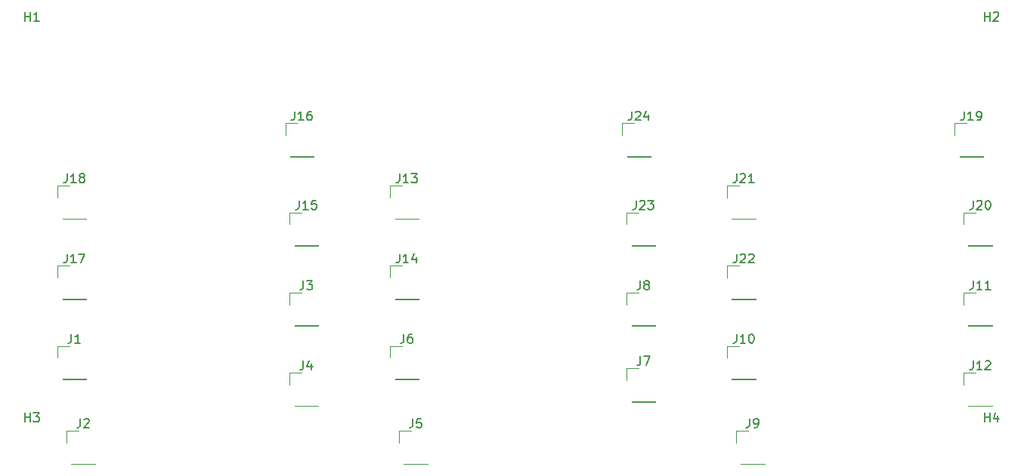
<source format=gbr>
%TF.GenerationSoftware,KiCad,Pcbnew,8.0.4*%
%TF.CreationDate,2024-09-10T22:03:23-04:00*%
%TF.ProjectId,LowerPOGO,4c6f7765-7250-44f4-974f-2e6b69636164,v4*%
%TF.SameCoordinates,Original*%
%TF.FileFunction,Legend,Top*%
%TF.FilePolarity,Positive*%
%FSLAX46Y46*%
G04 Gerber Fmt 4.6, Leading zero omitted, Abs format (unit mm)*
G04 Created by KiCad (PCBNEW 8.0.4) date 2024-09-10 22:03:23*
%MOMM*%
%LPD*%
G01*
G04 APERTURE LIST*
%ADD10C,0.150000*%
%ADD11C,0.120000*%
G04 APERTURE END LIST*
D10*
X134440476Y-123304819D02*
X134440476Y-124019104D01*
X134440476Y-124019104D02*
X134392857Y-124161961D01*
X134392857Y-124161961D02*
X134297619Y-124257200D01*
X134297619Y-124257200D02*
X134154762Y-124304819D01*
X134154762Y-124304819D02*
X134059524Y-124304819D01*
X135440476Y-124304819D02*
X134869048Y-124304819D01*
X135154762Y-124304819D02*
X135154762Y-123304819D01*
X135154762Y-123304819D02*
X135059524Y-123447676D01*
X135059524Y-123447676D02*
X134964286Y-123542914D01*
X134964286Y-123542914D02*
X134869048Y-123590533D01*
X135773810Y-123304819D02*
X136392857Y-123304819D01*
X136392857Y-123304819D02*
X136059524Y-123685771D01*
X136059524Y-123685771D02*
X136202381Y-123685771D01*
X136202381Y-123685771D02*
X136297619Y-123733390D01*
X136297619Y-123733390D02*
X136345238Y-123781009D01*
X136345238Y-123781009D02*
X136392857Y-123876247D01*
X136392857Y-123876247D02*
X136392857Y-124114342D01*
X136392857Y-124114342D02*
X136345238Y-124209580D01*
X136345238Y-124209580D02*
X136297619Y-124257200D01*
X136297619Y-124257200D02*
X136202381Y-124304819D01*
X136202381Y-124304819D02*
X135916667Y-124304819D01*
X135916667Y-124304819D02*
X135821429Y-124257200D01*
X135821429Y-124257200D02*
X135773810Y-124209580D01*
X123666666Y-135304819D02*
X123666666Y-136019104D01*
X123666666Y-136019104D02*
X123619047Y-136161961D01*
X123619047Y-136161961D02*
X123523809Y-136257200D01*
X123523809Y-136257200D02*
X123380952Y-136304819D01*
X123380952Y-136304819D02*
X123285714Y-136304819D01*
X124047619Y-135304819D02*
X124666666Y-135304819D01*
X124666666Y-135304819D02*
X124333333Y-135685771D01*
X124333333Y-135685771D02*
X124476190Y-135685771D01*
X124476190Y-135685771D02*
X124571428Y-135733390D01*
X124571428Y-135733390D02*
X124619047Y-135781009D01*
X124619047Y-135781009D02*
X124666666Y-135876247D01*
X124666666Y-135876247D02*
X124666666Y-136114342D01*
X124666666Y-136114342D02*
X124619047Y-136209580D01*
X124619047Y-136209580D02*
X124571428Y-136257200D01*
X124571428Y-136257200D02*
X124476190Y-136304819D01*
X124476190Y-136304819D02*
X124190476Y-136304819D01*
X124190476Y-136304819D02*
X124095238Y-136257200D01*
X124095238Y-136257200D02*
X124047619Y-136209580D01*
X123666666Y-144304819D02*
X123666666Y-145019104D01*
X123666666Y-145019104D02*
X123619047Y-145161961D01*
X123619047Y-145161961D02*
X123523809Y-145257200D01*
X123523809Y-145257200D02*
X123380952Y-145304819D01*
X123380952Y-145304819D02*
X123285714Y-145304819D01*
X124571428Y-144638152D02*
X124571428Y-145304819D01*
X124333333Y-144257200D02*
X124095238Y-144971485D01*
X124095238Y-144971485D02*
X124714285Y-144971485D01*
X173666666Y-150804819D02*
X173666666Y-151519104D01*
X173666666Y-151519104D02*
X173619047Y-151661961D01*
X173619047Y-151661961D02*
X173523809Y-151757200D01*
X173523809Y-151757200D02*
X173380952Y-151804819D01*
X173380952Y-151804819D02*
X173285714Y-151804819D01*
X174190476Y-151804819D02*
X174380952Y-151804819D01*
X174380952Y-151804819D02*
X174476190Y-151757200D01*
X174476190Y-151757200D02*
X174523809Y-151709580D01*
X174523809Y-151709580D02*
X174619047Y-151566723D01*
X174619047Y-151566723D02*
X174666666Y-151376247D01*
X174666666Y-151376247D02*
X174666666Y-150995295D01*
X174666666Y-150995295D02*
X174619047Y-150900057D01*
X174619047Y-150900057D02*
X174571428Y-150852438D01*
X174571428Y-150852438D02*
X174476190Y-150804819D01*
X174476190Y-150804819D02*
X174285714Y-150804819D01*
X174285714Y-150804819D02*
X174190476Y-150852438D01*
X174190476Y-150852438D02*
X174142857Y-150900057D01*
X174142857Y-150900057D02*
X174095238Y-150995295D01*
X174095238Y-150995295D02*
X174095238Y-151233390D01*
X174095238Y-151233390D02*
X174142857Y-151328628D01*
X174142857Y-151328628D02*
X174190476Y-151376247D01*
X174190476Y-151376247D02*
X174285714Y-151423866D01*
X174285714Y-151423866D02*
X174476190Y-151423866D01*
X174476190Y-151423866D02*
X174571428Y-151376247D01*
X174571428Y-151376247D02*
X174619047Y-151328628D01*
X174619047Y-151328628D02*
X174666666Y-151233390D01*
X199988095Y-151154819D02*
X199988095Y-150154819D01*
X199988095Y-150631009D02*
X200559523Y-150631009D01*
X200559523Y-151154819D02*
X200559523Y-150154819D01*
X201464285Y-150488152D02*
X201464285Y-151154819D01*
X201226190Y-150107200D02*
X200988095Y-150821485D01*
X200988095Y-150821485D02*
X201607142Y-150821485D01*
X198690476Y-135304819D02*
X198690476Y-136019104D01*
X198690476Y-136019104D02*
X198642857Y-136161961D01*
X198642857Y-136161961D02*
X198547619Y-136257200D01*
X198547619Y-136257200D02*
X198404762Y-136304819D01*
X198404762Y-136304819D02*
X198309524Y-136304819D01*
X199690476Y-136304819D02*
X199119048Y-136304819D01*
X199404762Y-136304819D02*
X199404762Y-135304819D01*
X199404762Y-135304819D02*
X199309524Y-135447676D01*
X199309524Y-135447676D02*
X199214286Y-135542914D01*
X199214286Y-135542914D02*
X199119048Y-135590533D01*
X200642857Y-136304819D02*
X200071429Y-136304819D01*
X200357143Y-136304819D02*
X200357143Y-135304819D01*
X200357143Y-135304819D02*
X200261905Y-135447676D01*
X200261905Y-135447676D02*
X200166667Y-135542914D01*
X200166667Y-135542914D02*
X200071429Y-135590533D01*
X92488095Y-106154819D02*
X92488095Y-105154819D01*
X92488095Y-105631009D02*
X93059523Y-105631009D01*
X93059523Y-106154819D02*
X93059523Y-105154819D01*
X94059523Y-106154819D02*
X93488095Y-106154819D01*
X93773809Y-106154819D02*
X93773809Y-105154819D01*
X93773809Y-105154819D02*
X93678571Y-105297676D01*
X93678571Y-105297676D02*
X93583333Y-105392914D01*
X93583333Y-105392914D02*
X93488095Y-105440533D01*
X199988095Y-106154819D02*
X199988095Y-105154819D01*
X199988095Y-105631009D02*
X200559523Y-105631009D01*
X200559523Y-106154819D02*
X200559523Y-105154819D01*
X200988095Y-105250057D02*
X201035714Y-105202438D01*
X201035714Y-105202438D02*
X201130952Y-105154819D01*
X201130952Y-105154819D02*
X201369047Y-105154819D01*
X201369047Y-105154819D02*
X201464285Y-105202438D01*
X201464285Y-105202438D02*
X201511904Y-105250057D01*
X201511904Y-105250057D02*
X201559523Y-105345295D01*
X201559523Y-105345295D02*
X201559523Y-105440533D01*
X201559523Y-105440533D02*
X201511904Y-105583390D01*
X201511904Y-105583390D02*
X200940476Y-106154819D01*
X200940476Y-106154819D02*
X201559523Y-106154819D01*
X92488095Y-151154819D02*
X92488095Y-150154819D01*
X92488095Y-150631009D02*
X93059523Y-150631009D01*
X93059523Y-151154819D02*
X93059523Y-150154819D01*
X93440476Y-150154819D02*
X94059523Y-150154819D01*
X94059523Y-150154819D02*
X93726190Y-150535771D01*
X93726190Y-150535771D02*
X93869047Y-150535771D01*
X93869047Y-150535771D02*
X93964285Y-150583390D01*
X93964285Y-150583390D02*
X94011904Y-150631009D01*
X94011904Y-150631009D02*
X94059523Y-150726247D01*
X94059523Y-150726247D02*
X94059523Y-150964342D01*
X94059523Y-150964342D02*
X94011904Y-151059580D01*
X94011904Y-151059580D02*
X93964285Y-151107200D01*
X93964285Y-151107200D02*
X93869047Y-151154819D01*
X93869047Y-151154819D02*
X93583333Y-151154819D01*
X93583333Y-151154819D02*
X93488095Y-151107200D01*
X93488095Y-151107200D02*
X93440476Y-151059580D01*
X134916666Y-141304819D02*
X134916666Y-142019104D01*
X134916666Y-142019104D02*
X134869047Y-142161961D01*
X134869047Y-142161961D02*
X134773809Y-142257200D01*
X134773809Y-142257200D02*
X134630952Y-142304819D01*
X134630952Y-142304819D02*
X134535714Y-142304819D01*
X135821428Y-141304819D02*
X135630952Y-141304819D01*
X135630952Y-141304819D02*
X135535714Y-141352438D01*
X135535714Y-141352438D02*
X135488095Y-141400057D01*
X135488095Y-141400057D02*
X135392857Y-141542914D01*
X135392857Y-141542914D02*
X135345238Y-141733390D01*
X135345238Y-141733390D02*
X135345238Y-142114342D01*
X135345238Y-142114342D02*
X135392857Y-142209580D01*
X135392857Y-142209580D02*
X135440476Y-142257200D01*
X135440476Y-142257200D02*
X135535714Y-142304819D01*
X135535714Y-142304819D02*
X135726190Y-142304819D01*
X135726190Y-142304819D02*
X135821428Y-142257200D01*
X135821428Y-142257200D02*
X135869047Y-142209580D01*
X135869047Y-142209580D02*
X135916666Y-142114342D01*
X135916666Y-142114342D02*
X135916666Y-141876247D01*
X135916666Y-141876247D02*
X135869047Y-141781009D01*
X135869047Y-141781009D02*
X135821428Y-141733390D01*
X135821428Y-141733390D02*
X135726190Y-141685771D01*
X135726190Y-141685771D02*
X135535714Y-141685771D01*
X135535714Y-141685771D02*
X135440476Y-141733390D01*
X135440476Y-141733390D02*
X135392857Y-141781009D01*
X135392857Y-141781009D02*
X135345238Y-141876247D01*
X135916666Y-150804819D02*
X135916666Y-151519104D01*
X135916666Y-151519104D02*
X135869047Y-151661961D01*
X135869047Y-151661961D02*
X135773809Y-151757200D01*
X135773809Y-151757200D02*
X135630952Y-151804819D01*
X135630952Y-151804819D02*
X135535714Y-151804819D01*
X136869047Y-150804819D02*
X136392857Y-150804819D01*
X136392857Y-150804819D02*
X136345238Y-151281009D01*
X136345238Y-151281009D02*
X136392857Y-151233390D01*
X136392857Y-151233390D02*
X136488095Y-151185771D01*
X136488095Y-151185771D02*
X136726190Y-151185771D01*
X136726190Y-151185771D02*
X136821428Y-151233390D01*
X136821428Y-151233390D02*
X136869047Y-151281009D01*
X136869047Y-151281009D02*
X136916666Y-151376247D01*
X136916666Y-151376247D02*
X136916666Y-151614342D01*
X136916666Y-151614342D02*
X136869047Y-151709580D01*
X136869047Y-151709580D02*
X136821428Y-151757200D01*
X136821428Y-151757200D02*
X136726190Y-151804819D01*
X136726190Y-151804819D02*
X136488095Y-151804819D01*
X136488095Y-151804819D02*
X136392857Y-151757200D01*
X136392857Y-151757200D02*
X136345238Y-151709580D01*
X97190476Y-123304819D02*
X97190476Y-124019104D01*
X97190476Y-124019104D02*
X97142857Y-124161961D01*
X97142857Y-124161961D02*
X97047619Y-124257200D01*
X97047619Y-124257200D02*
X96904762Y-124304819D01*
X96904762Y-124304819D02*
X96809524Y-124304819D01*
X98190476Y-124304819D02*
X97619048Y-124304819D01*
X97904762Y-124304819D02*
X97904762Y-123304819D01*
X97904762Y-123304819D02*
X97809524Y-123447676D01*
X97809524Y-123447676D02*
X97714286Y-123542914D01*
X97714286Y-123542914D02*
X97619048Y-123590533D01*
X98761905Y-123733390D02*
X98666667Y-123685771D01*
X98666667Y-123685771D02*
X98619048Y-123638152D01*
X98619048Y-123638152D02*
X98571429Y-123542914D01*
X98571429Y-123542914D02*
X98571429Y-123495295D01*
X98571429Y-123495295D02*
X98619048Y-123400057D01*
X98619048Y-123400057D02*
X98666667Y-123352438D01*
X98666667Y-123352438D02*
X98761905Y-123304819D01*
X98761905Y-123304819D02*
X98952381Y-123304819D01*
X98952381Y-123304819D02*
X99047619Y-123352438D01*
X99047619Y-123352438D02*
X99095238Y-123400057D01*
X99095238Y-123400057D02*
X99142857Y-123495295D01*
X99142857Y-123495295D02*
X99142857Y-123542914D01*
X99142857Y-123542914D02*
X99095238Y-123638152D01*
X99095238Y-123638152D02*
X99047619Y-123685771D01*
X99047619Y-123685771D02*
X98952381Y-123733390D01*
X98952381Y-123733390D02*
X98761905Y-123733390D01*
X98761905Y-123733390D02*
X98666667Y-123781009D01*
X98666667Y-123781009D02*
X98619048Y-123828628D01*
X98619048Y-123828628D02*
X98571429Y-123923866D01*
X98571429Y-123923866D02*
X98571429Y-124114342D01*
X98571429Y-124114342D02*
X98619048Y-124209580D01*
X98619048Y-124209580D02*
X98666667Y-124257200D01*
X98666667Y-124257200D02*
X98761905Y-124304819D01*
X98761905Y-124304819D02*
X98952381Y-124304819D01*
X98952381Y-124304819D02*
X99047619Y-124257200D01*
X99047619Y-124257200D02*
X99095238Y-124209580D01*
X99095238Y-124209580D02*
X99142857Y-124114342D01*
X99142857Y-124114342D02*
X99142857Y-123923866D01*
X99142857Y-123923866D02*
X99095238Y-123828628D01*
X99095238Y-123828628D02*
X99047619Y-123781009D01*
X99047619Y-123781009D02*
X98952381Y-123733390D01*
X198690476Y-144304819D02*
X198690476Y-145019104D01*
X198690476Y-145019104D02*
X198642857Y-145161961D01*
X198642857Y-145161961D02*
X198547619Y-145257200D01*
X198547619Y-145257200D02*
X198404762Y-145304819D01*
X198404762Y-145304819D02*
X198309524Y-145304819D01*
X199690476Y-145304819D02*
X199119048Y-145304819D01*
X199404762Y-145304819D02*
X199404762Y-144304819D01*
X199404762Y-144304819D02*
X199309524Y-144447676D01*
X199309524Y-144447676D02*
X199214286Y-144542914D01*
X199214286Y-144542914D02*
X199119048Y-144590533D01*
X200071429Y-144400057D02*
X200119048Y-144352438D01*
X200119048Y-144352438D02*
X200214286Y-144304819D01*
X200214286Y-144304819D02*
X200452381Y-144304819D01*
X200452381Y-144304819D02*
X200547619Y-144352438D01*
X200547619Y-144352438D02*
X200595238Y-144400057D01*
X200595238Y-144400057D02*
X200642857Y-144495295D01*
X200642857Y-144495295D02*
X200642857Y-144590533D01*
X200642857Y-144590533D02*
X200595238Y-144733390D01*
X200595238Y-144733390D02*
X200023810Y-145304819D01*
X200023810Y-145304819D02*
X200642857Y-145304819D01*
X172190476Y-123304819D02*
X172190476Y-124019104D01*
X172190476Y-124019104D02*
X172142857Y-124161961D01*
X172142857Y-124161961D02*
X172047619Y-124257200D01*
X172047619Y-124257200D02*
X171904762Y-124304819D01*
X171904762Y-124304819D02*
X171809524Y-124304819D01*
X172619048Y-123400057D02*
X172666667Y-123352438D01*
X172666667Y-123352438D02*
X172761905Y-123304819D01*
X172761905Y-123304819D02*
X173000000Y-123304819D01*
X173000000Y-123304819D02*
X173095238Y-123352438D01*
X173095238Y-123352438D02*
X173142857Y-123400057D01*
X173142857Y-123400057D02*
X173190476Y-123495295D01*
X173190476Y-123495295D02*
X173190476Y-123590533D01*
X173190476Y-123590533D02*
X173142857Y-123733390D01*
X173142857Y-123733390D02*
X172571429Y-124304819D01*
X172571429Y-124304819D02*
X173190476Y-124304819D01*
X174142857Y-124304819D02*
X173571429Y-124304819D01*
X173857143Y-124304819D02*
X173857143Y-123304819D01*
X173857143Y-123304819D02*
X173761905Y-123447676D01*
X173761905Y-123447676D02*
X173666667Y-123542914D01*
X173666667Y-123542914D02*
X173571429Y-123590533D01*
X122690476Y-116304819D02*
X122690476Y-117019104D01*
X122690476Y-117019104D02*
X122642857Y-117161961D01*
X122642857Y-117161961D02*
X122547619Y-117257200D01*
X122547619Y-117257200D02*
X122404762Y-117304819D01*
X122404762Y-117304819D02*
X122309524Y-117304819D01*
X123690476Y-117304819D02*
X123119048Y-117304819D01*
X123404762Y-117304819D02*
X123404762Y-116304819D01*
X123404762Y-116304819D02*
X123309524Y-116447676D01*
X123309524Y-116447676D02*
X123214286Y-116542914D01*
X123214286Y-116542914D02*
X123119048Y-116590533D01*
X124547619Y-116304819D02*
X124357143Y-116304819D01*
X124357143Y-116304819D02*
X124261905Y-116352438D01*
X124261905Y-116352438D02*
X124214286Y-116400057D01*
X124214286Y-116400057D02*
X124119048Y-116542914D01*
X124119048Y-116542914D02*
X124071429Y-116733390D01*
X124071429Y-116733390D02*
X124071429Y-117114342D01*
X124071429Y-117114342D02*
X124119048Y-117209580D01*
X124119048Y-117209580D02*
X124166667Y-117257200D01*
X124166667Y-117257200D02*
X124261905Y-117304819D01*
X124261905Y-117304819D02*
X124452381Y-117304819D01*
X124452381Y-117304819D02*
X124547619Y-117257200D01*
X124547619Y-117257200D02*
X124595238Y-117209580D01*
X124595238Y-117209580D02*
X124642857Y-117114342D01*
X124642857Y-117114342D02*
X124642857Y-116876247D01*
X124642857Y-116876247D02*
X124595238Y-116781009D01*
X124595238Y-116781009D02*
X124547619Y-116733390D01*
X124547619Y-116733390D02*
X124452381Y-116685771D01*
X124452381Y-116685771D02*
X124261905Y-116685771D01*
X124261905Y-116685771D02*
X124166667Y-116733390D01*
X124166667Y-116733390D02*
X124119048Y-116781009D01*
X124119048Y-116781009D02*
X124071429Y-116876247D01*
X172190476Y-132304819D02*
X172190476Y-133019104D01*
X172190476Y-133019104D02*
X172142857Y-133161961D01*
X172142857Y-133161961D02*
X172047619Y-133257200D01*
X172047619Y-133257200D02*
X171904762Y-133304819D01*
X171904762Y-133304819D02*
X171809524Y-133304819D01*
X172619048Y-132400057D02*
X172666667Y-132352438D01*
X172666667Y-132352438D02*
X172761905Y-132304819D01*
X172761905Y-132304819D02*
X173000000Y-132304819D01*
X173000000Y-132304819D02*
X173095238Y-132352438D01*
X173095238Y-132352438D02*
X173142857Y-132400057D01*
X173142857Y-132400057D02*
X173190476Y-132495295D01*
X173190476Y-132495295D02*
X173190476Y-132590533D01*
X173190476Y-132590533D02*
X173142857Y-132733390D01*
X173142857Y-132733390D02*
X172571429Y-133304819D01*
X172571429Y-133304819D02*
X173190476Y-133304819D01*
X173571429Y-132400057D02*
X173619048Y-132352438D01*
X173619048Y-132352438D02*
X173714286Y-132304819D01*
X173714286Y-132304819D02*
X173952381Y-132304819D01*
X173952381Y-132304819D02*
X174047619Y-132352438D01*
X174047619Y-132352438D02*
X174095238Y-132400057D01*
X174095238Y-132400057D02*
X174142857Y-132495295D01*
X174142857Y-132495295D02*
X174142857Y-132590533D01*
X174142857Y-132590533D02*
X174095238Y-132733390D01*
X174095238Y-132733390D02*
X173523810Y-133304819D01*
X173523810Y-133304819D02*
X174142857Y-133304819D01*
X97190476Y-132304819D02*
X97190476Y-133019104D01*
X97190476Y-133019104D02*
X97142857Y-133161961D01*
X97142857Y-133161961D02*
X97047619Y-133257200D01*
X97047619Y-133257200D02*
X96904762Y-133304819D01*
X96904762Y-133304819D02*
X96809524Y-133304819D01*
X98190476Y-133304819D02*
X97619048Y-133304819D01*
X97904762Y-133304819D02*
X97904762Y-132304819D01*
X97904762Y-132304819D02*
X97809524Y-132447676D01*
X97809524Y-132447676D02*
X97714286Y-132542914D01*
X97714286Y-132542914D02*
X97619048Y-132590533D01*
X98523810Y-132304819D02*
X99190476Y-132304819D01*
X99190476Y-132304819D02*
X98761905Y-133304819D01*
X97666666Y-141304819D02*
X97666666Y-142019104D01*
X97666666Y-142019104D02*
X97619047Y-142161961D01*
X97619047Y-142161961D02*
X97523809Y-142257200D01*
X97523809Y-142257200D02*
X97380952Y-142304819D01*
X97380952Y-142304819D02*
X97285714Y-142304819D01*
X98666666Y-142304819D02*
X98095238Y-142304819D01*
X98380952Y-142304819D02*
X98380952Y-141304819D01*
X98380952Y-141304819D02*
X98285714Y-141447676D01*
X98285714Y-141447676D02*
X98190476Y-141542914D01*
X98190476Y-141542914D02*
X98095238Y-141590533D01*
X123190476Y-126304819D02*
X123190476Y-127019104D01*
X123190476Y-127019104D02*
X123142857Y-127161961D01*
X123142857Y-127161961D02*
X123047619Y-127257200D01*
X123047619Y-127257200D02*
X122904762Y-127304819D01*
X122904762Y-127304819D02*
X122809524Y-127304819D01*
X124190476Y-127304819D02*
X123619048Y-127304819D01*
X123904762Y-127304819D02*
X123904762Y-126304819D01*
X123904762Y-126304819D02*
X123809524Y-126447676D01*
X123809524Y-126447676D02*
X123714286Y-126542914D01*
X123714286Y-126542914D02*
X123619048Y-126590533D01*
X125095238Y-126304819D02*
X124619048Y-126304819D01*
X124619048Y-126304819D02*
X124571429Y-126781009D01*
X124571429Y-126781009D02*
X124619048Y-126733390D01*
X124619048Y-126733390D02*
X124714286Y-126685771D01*
X124714286Y-126685771D02*
X124952381Y-126685771D01*
X124952381Y-126685771D02*
X125047619Y-126733390D01*
X125047619Y-126733390D02*
X125095238Y-126781009D01*
X125095238Y-126781009D02*
X125142857Y-126876247D01*
X125142857Y-126876247D02*
X125142857Y-127114342D01*
X125142857Y-127114342D02*
X125095238Y-127209580D01*
X125095238Y-127209580D02*
X125047619Y-127257200D01*
X125047619Y-127257200D02*
X124952381Y-127304819D01*
X124952381Y-127304819D02*
X124714286Y-127304819D01*
X124714286Y-127304819D02*
X124619048Y-127257200D01*
X124619048Y-127257200D02*
X124571429Y-127209580D01*
X160940476Y-126304819D02*
X160940476Y-127019104D01*
X160940476Y-127019104D02*
X160892857Y-127161961D01*
X160892857Y-127161961D02*
X160797619Y-127257200D01*
X160797619Y-127257200D02*
X160654762Y-127304819D01*
X160654762Y-127304819D02*
X160559524Y-127304819D01*
X161369048Y-126400057D02*
X161416667Y-126352438D01*
X161416667Y-126352438D02*
X161511905Y-126304819D01*
X161511905Y-126304819D02*
X161750000Y-126304819D01*
X161750000Y-126304819D02*
X161845238Y-126352438D01*
X161845238Y-126352438D02*
X161892857Y-126400057D01*
X161892857Y-126400057D02*
X161940476Y-126495295D01*
X161940476Y-126495295D02*
X161940476Y-126590533D01*
X161940476Y-126590533D02*
X161892857Y-126733390D01*
X161892857Y-126733390D02*
X161321429Y-127304819D01*
X161321429Y-127304819D02*
X161940476Y-127304819D01*
X162273810Y-126304819D02*
X162892857Y-126304819D01*
X162892857Y-126304819D02*
X162559524Y-126685771D01*
X162559524Y-126685771D02*
X162702381Y-126685771D01*
X162702381Y-126685771D02*
X162797619Y-126733390D01*
X162797619Y-126733390D02*
X162845238Y-126781009D01*
X162845238Y-126781009D02*
X162892857Y-126876247D01*
X162892857Y-126876247D02*
X162892857Y-127114342D01*
X162892857Y-127114342D02*
X162845238Y-127209580D01*
X162845238Y-127209580D02*
X162797619Y-127257200D01*
X162797619Y-127257200D02*
X162702381Y-127304819D01*
X162702381Y-127304819D02*
X162416667Y-127304819D01*
X162416667Y-127304819D02*
X162321429Y-127257200D01*
X162321429Y-127257200D02*
X162273810Y-127209580D01*
X98666666Y-150804819D02*
X98666666Y-151519104D01*
X98666666Y-151519104D02*
X98619047Y-151661961D01*
X98619047Y-151661961D02*
X98523809Y-151757200D01*
X98523809Y-151757200D02*
X98380952Y-151804819D01*
X98380952Y-151804819D02*
X98285714Y-151804819D01*
X99095238Y-150900057D02*
X99142857Y-150852438D01*
X99142857Y-150852438D02*
X99238095Y-150804819D01*
X99238095Y-150804819D02*
X99476190Y-150804819D01*
X99476190Y-150804819D02*
X99571428Y-150852438D01*
X99571428Y-150852438D02*
X99619047Y-150900057D01*
X99619047Y-150900057D02*
X99666666Y-150995295D01*
X99666666Y-150995295D02*
X99666666Y-151090533D01*
X99666666Y-151090533D02*
X99619047Y-151233390D01*
X99619047Y-151233390D02*
X99047619Y-151804819D01*
X99047619Y-151804819D02*
X99666666Y-151804819D01*
X197690476Y-116304819D02*
X197690476Y-117019104D01*
X197690476Y-117019104D02*
X197642857Y-117161961D01*
X197642857Y-117161961D02*
X197547619Y-117257200D01*
X197547619Y-117257200D02*
X197404762Y-117304819D01*
X197404762Y-117304819D02*
X197309524Y-117304819D01*
X198690476Y-117304819D02*
X198119048Y-117304819D01*
X198404762Y-117304819D02*
X198404762Y-116304819D01*
X198404762Y-116304819D02*
X198309524Y-116447676D01*
X198309524Y-116447676D02*
X198214286Y-116542914D01*
X198214286Y-116542914D02*
X198119048Y-116590533D01*
X199166667Y-117304819D02*
X199357143Y-117304819D01*
X199357143Y-117304819D02*
X199452381Y-117257200D01*
X199452381Y-117257200D02*
X199500000Y-117209580D01*
X199500000Y-117209580D02*
X199595238Y-117066723D01*
X199595238Y-117066723D02*
X199642857Y-116876247D01*
X199642857Y-116876247D02*
X199642857Y-116495295D01*
X199642857Y-116495295D02*
X199595238Y-116400057D01*
X199595238Y-116400057D02*
X199547619Y-116352438D01*
X199547619Y-116352438D02*
X199452381Y-116304819D01*
X199452381Y-116304819D02*
X199261905Y-116304819D01*
X199261905Y-116304819D02*
X199166667Y-116352438D01*
X199166667Y-116352438D02*
X199119048Y-116400057D01*
X199119048Y-116400057D02*
X199071429Y-116495295D01*
X199071429Y-116495295D02*
X199071429Y-116733390D01*
X199071429Y-116733390D02*
X199119048Y-116828628D01*
X199119048Y-116828628D02*
X199166667Y-116876247D01*
X199166667Y-116876247D02*
X199261905Y-116923866D01*
X199261905Y-116923866D02*
X199452381Y-116923866D01*
X199452381Y-116923866D02*
X199547619Y-116876247D01*
X199547619Y-116876247D02*
X199595238Y-116828628D01*
X199595238Y-116828628D02*
X199642857Y-116733390D01*
X198690476Y-126304819D02*
X198690476Y-127019104D01*
X198690476Y-127019104D02*
X198642857Y-127161961D01*
X198642857Y-127161961D02*
X198547619Y-127257200D01*
X198547619Y-127257200D02*
X198404762Y-127304819D01*
X198404762Y-127304819D02*
X198309524Y-127304819D01*
X199119048Y-126400057D02*
X199166667Y-126352438D01*
X199166667Y-126352438D02*
X199261905Y-126304819D01*
X199261905Y-126304819D02*
X199500000Y-126304819D01*
X199500000Y-126304819D02*
X199595238Y-126352438D01*
X199595238Y-126352438D02*
X199642857Y-126400057D01*
X199642857Y-126400057D02*
X199690476Y-126495295D01*
X199690476Y-126495295D02*
X199690476Y-126590533D01*
X199690476Y-126590533D02*
X199642857Y-126733390D01*
X199642857Y-126733390D02*
X199071429Y-127304819D01*
X199071429Y-127304819D02*
X199690476Y-127304819D01*
X200309524Y-126304819D02*
X200404762Y-126304819D01*
X200404762Y-126304819D02*
X200500000Y-126352438D01*
X200500000Y-126352438D02*
X200547619Y-126400057D01*
X200547619Y-126400057D02*
X200595238Y-126495295D01*
X200595238Y-126495295D02*
X200642857Y-126685771D01*
X200642857Y-126685771D02*
X200642857Y-126923866D01*
X200642857Y-126923866D02*
X200595238Y-127114342D01*
X200595238Y-127114342D02*
X200547619Y-127209580D01*
X200547619Y-127209580D02*
X200500000Y-127257200D01*
X200500000Y-127257200D02*
X200404762Y-127304819D01*
X200404762Y-127304819D02*
X200309524Y-127304819D01*
X200309524Y-127304819D02*
X200214286Y-127257200D01*
X200214286Y-127257200D02*
X200166667Y-127209580D01*
X200166667Y-127209580D02*
X200119048Y-127114342D01*
X200119048Y-127114342D02*
X200071429Y-126923866D01*
X200071429Y-126923866D02*
X200071429Y-126685771D01*
X200071429Y-126685771D02*
X200119048Y-126495295D01*
X200119048Y-126495295D02*
X200166667Y-126400057D01*
X200166667Y-126400057D02*
X200214286Y-126352438D01*
X200214286Y-126352438D02*
X200309524Y-126304819D01*
X134440476Y-132304819D02*
X134440476Y-133019104D01*
X134440476Y-133019104D02*
X134392857Y-133161961D01*
X134392857Y-133161961D02*
X134297619Y-133257200D01*
X134297619Y-133257200D02*
X134154762Y-133304819D01*
X134154762Y-133304819D02*
X134059524Y-133304819D01*
X135440476Y-133304819D02*
X134869048Y-133304819D01*
X135154762Y-133304819D02*
X135154762Y-132304819D01*
X135154762Y-132304819D02*
X135059524Y-132447676D01*
X135059524Y-132447676D02*
X134964286Y-132542914D01*
X134964286Y-132542914D02*
X134869048Y-132590533D01*
X136297619Y-132638152D02*
X136297619Y-133304819D01*
X136059524Y-132257200D02*
X135821429Y-132971485D01*
X135821429Y-132971485D02*
X136440476Y-132971485D01*
X172190476Y-141304819D02*
X172190476Y-142019104D01*
X172190476Y-142019104D02*
X172142857Y-142161961D01*
X172142857Y-142161961D02*
X172047619Y-142257200D01*
X172047619Y-142257200D02*
X171904762Y-142304819D01*
X171904762Y-142304819D02*
X171809524Y-142304819D01*
X173190476Y-142304819D02*
X172619048Y-142304819D01*
X172904762Y-142304819D02*
X172904762Y-141304819D01*
X172904762Y-141304819D02*
X172809524Y-141447676D01*
X172809524Y-141447676D02*
X172714286Y-141542914D01*
X172714286Y-141542914D02*
X172619048Y-141590533D01*
X173809524Y-141304819D02*
X173904762Y-141304819D01*
X173904762Y-141304819D02*
X174000000Y-141352438D01*
X174000000Y-141352438D02*
X174047619Y-141400057D01*
X174047619Y-141400057D02*
X174095238Y-141495295D01*
X174095238Y-141495295D02*
X174142857Y-141685771D01*
X174142857Y-141685771D02*
X174142857Y-141923866D01*
X174142857Y-141923866D02*
X174095238Y-142114342D01*
X174095238Y-142114342D02*
X174047619Y-142209580D01*
X174047619Y-142209580D02*
X174000000Y-142257200D01*
X174000000Y-142257200D02*
X173904762Y-142304819D01*
X173904762Y-142304819D02*
X173809524Y-142304819D01*
X173809524Y-142304819D02*
X173714286Y-142257200D01*
X173714286Y-142257200D02*
X173666667Y-142209580D01*
X173666667Y-142209580D02*
X173619048Y-142114342D01*
X173619048Y-142114342D02*
X173571429Y-141923866D01*
X173571429Y-141923866D02*
X173571429Y-141685771D01*
X173571429Y-141685771D02*
X173619048Y-141495295D01*
X173619048Y-141495295D02*
X173666667Y-141400057D01*
X173666667Y-141400057D02*
X173714286Y-141352438D01*
X173714286Y-141352438D02*
X173809524Y-141304819D01*
X160440476Y-116304819D02*
X160440476Y-117019104D01*
X160440476Y-117019104D02*
X160392857Y-117161961D01*
X160392857Y-117161961D02*
X160297619Y-117257200D01*
X160297619Y-117257200D02*
X160154762Y-117304819D01*
X160154762Y-117304819D02*
X160059524Y-117304819D01*
X160869048Y-116400057D02*
X160916667Y-116352438D01*
X160916667Y-116352438D02*
X161011905Y-116304819D01*
X161011905Y-116304819D02*
X161250000Y-116304819D01*
X161250000Y-116304819D02*
X161345238Y-116352438D01*
X161345238Y-116352438D02*
X161392857Y-116400057D01*
X161392857Y-116400057D02*
X161440476Y-116495295D01*
X161440476Y-116495295D02*
X161440476Y-116590533D01*
X161440476Y-116590533D02*
X161392857Y-116733390D01*
X161392857Y-116733390D02*
X160821429Y-117304819D01*
X160821429Y-117304819D02*
X161440476Y-117304819D01*
X162297619Y-116638152D02*
X162297619Y-117304819D01*
X162059524Y-116257200D02*
X161821429Y-116971485D01*
X161821429Y-116971485D02*
X162440476Y-116971485D01*
X161416666Y-143804819D02*
X161416666Y-144519104D01*
X161416666Y-144519104D02*
X161369047Y-144661961D01*
X161369047Y-144661961D02*
X161273809Y-144757200D01*
X161273809Y-144757200D02*
X161130952Y-144804819D01*
X161130952Y-144804819D02*
X161035714Y-144804819D01*
X161797619Y-143804819D02*
X162464285Y-143804819D01*
X162464285Y-143804819D02*
X162035714Y-144804819D01*
X161416666Y-135304819D02*
X161416666Y-136019104D01*
X161416666Y-136019104D02*
X161369047Y-136161961D01*
X161369047Y-136161961D02*
X161273809Y-136257200D01*
X161273809Y-136257200D02*
X161130952Y-136304819D01*
X161130952Y-136304819D02*
X161035714Y-136304819D01*
X162035714Y-135733390D02*
X161940476Y-135685771D01*
X161940476Y-135685771D02*
X161892857Y-135638152D01*
X161892857Y-135638152D02*
X161845238Y-135542914D01*
X161845238Y-135542914D02*
X161845238Y-135495295D01*
X161845238Y-135495295D02*
X161892857Y-135400057D01*
X161892857Y-135400057D02*
X161940476Y-135352438D01*
X161940476Y-135352438D02*
X162035714Y-135304819D01*
X162035714Y-135304819D02*
X162226190Y-135304819D01*
X162226190Y-135304819D02*
X162321428Y-135352438D01*
X162321428Y-135352438D02*
X162369047Y-135400057D01*
X162369047Y-135400057D02*
X162416666Y-135495295D01*
X162416666Y-135495295D02*
X162416666Y-135542914D01*
X162416666Y-135542914D02*
X162369047Y-135638152D01*
X162369047Y-135638152D02*
X162321428Y-135685771D01*
X162321428Y-135685771D02*
X162226190Y-135733390D01*
X162226190Y-135733390D02*
X162035714Y-135733390D01*
X162035714Y-135733390D02*
X161940476Y-135781009D01*
X161940476Y-135781009D02*
X161892857Y-135828628D01*
X161892857Y-135828628D02*
X161845238Y-135923866D01*
X161845238Y-135923866D02*
X161845238Y-136114342D01*
X161845238Y-136114342D02*
X161892857Y-136209580D01*
X161892857Y-136209580D02*
X161940476Y-136257200D01*
X161940476Y-136257200D02*
X162035714Y-136304819D01*
X162035714Y-136304819D02*
X162226190Y-136304819D01*
X162226190Y-136304819D02*
X162321428Y-136257200D01*
X162321428Y-136257200D02*
X162369047Y-136209580D01*
X162369047Y-136209580D02*
X162416666Y-136114342D01*
X162416666Y-136114342D02*
X162416666Y-135923866D01*
X162416666Y-135923866D02*
X162369047Y-135828628D01*
X162369047Y-135828628D02*
X162321428Y-135781009D01*
X162321428Y-135781009D02*
X162226190Y-135733390D01*
D11*
%TO.C,J13*%
X133400000Y-124650000D02*
X134730000Y-124650000D01*
X133400000Y-125980000D02*
X133400000Y-124650000D01*
X133920000Y-128340000D02*
X133920000Y-128400000D01*
X133920000Y-128340000D02*
X136580000Y-128340000D01*
X133920000Y-128400000D02*
X136580000Y-128400000D01*
X136580000Y-128340000D02*
X136580000Y-128400000D01*
%TO.C,J3*%
X122150000Y-136650000D02*
X123480000Y-136650000D01*
X122150000Y-137980000D02*
X122150000Y-136650000D01*
X122670000Y-140340000D02*
X122670000Y-140400000D01*
X122670000Y-140340000D02*
X125330000Y-140340000D01*
X122670000Y-140400000D02*
X125330000Y-140400000D01*
X125330000Y-140340000D02*
X125330000Y-140400000D01*
%TO.C,J4*%
X122150000Y-145650000D02*
X123480000Y-145650000D01*
X122150000Y-146980000D02*
X122150000Y-145650000D01*
X122670000Y-149340000D02*
X122670000Y-149400000D01*
X122670000Y-149340000D02*
X125330000Y-149340000D01*
X122670000Y-149400000D02*
X125330000Y-149400000D01*
X125330000Y-149340000D02*
X125330000Y-149400000D01*
%TO.C,J9*%
X172150000Y-152150000D02*
X173480000Y-152150000D01*
X172150000Y-153480000D02*
X172150000Y-152150000D01*
X172670000Y-155840000D02*
X172670000Y-155900000D01*
X172670000Y-155840000D02*
X175330000Y-155840000D01*
X172670000Y-155900000D02*
X175330000Y-155900000D01*
X175330000Y-155840000D02*
X175330000Y-155900000D01*
%TO.C,J11*%
X197650000Y-136650000D02*
X198980000Y-136650000D01*
X197650000Y-137980000D02*
X197650000Y-136650000D01*
X198170000Y-140340000D02*
X198170000Y-140400000D01*
X198170000Y-140340000D02*
X200830000Y-140340000D01*
X198170000Y-140400000D02*
X200830000Y-140400000D01*
X200830000Y-140340000D02*
X200830000Y-140400000D01*
%TO.C,J6*%
X133400000Y-142650000D02*
X134730000Y-142650000D01*
X133400000Y-143980000D02*
X133400000Y-142650000D01*
X133920000Y-146340000D02*
X133920000Y-146400000D01*
X133920000Y-146340000D02*
X136580000Y-146340000D01*
X133920000Y-146400000D02*
X136580000Y-146400000D01*
X136580000Y-146340000D02*
X136580000Y-146400000D01*
%TO.C,J5*%
X134400000Y-152150000D02*
X135730000Y-152150000D01*
X134400000Y-153480000D02*
X134400000Y-152150000D01*
X134920000Y-155840000D02*
X134920000Y-155900000D01*
X134920000Y-155840000D02*
X137580000Y-155840000D01*
X134920000Y-155900000D02*
X137580000Y-155900000D01*
X137580000Y-155840000D02*
X137580000Y-155900000D01*
%TO.C,J18*%
X96150000Y-124650000D02*
X97480000Y-124650000D01*
X96150000Y-125980000D02*
X96150000Y-124650000D01*
X96670000Y-128340000D02*
X96670000Y-128400000D01*
X96670000Y-128340000D02*
X99330000Y-128340000D01*
X96670000Y-128400000D02*
X99330000Y-128400000D01*
X99330000Y-128340000D02*
X99330000Y-128400000D01*
%TO.C,J12*%
X197650000Y-145650000D02*
X198980000Y-145650000D01*
X197650000Y-146980000D02*
X197650000Y-145650000D01*
X198170000Y-149340000D02*
X198170000Y-149400000D01*
X198170000Y-149340000D02*
X200830000Y-149340000D01*
X198170000Y-149400000D02*
X200830000Y-149400000D01*
X200830000Y-149340000D02*
X200830000Y-149400000D01*
%TO.C,J21*%
X171150000Y-124650000D02*
X172480000Y-124650000D01*
X171150000Y-125980000D02*
X171150000Y-124650000D01*
X171670000Y-128340000D02*
X171670000Y-128400000D01*
X171670000Y-128340000D02*
X174330000Y-128340000D01*
X171670000Y-128400000D02*
X174330000Y-128400000D01*
X174330000Y-128340000D02*
X174330000Y-128400000D01*
%TO.C,J16*%
X121650000Y-117650000D02*
X122980000Y-117650000D01*
X121650000Y-118980000D02*
X121650000Y-117650000D01*
X122170000Y-121340000D02*
X122170000Y-121400000D01*
X122170000Y-121340000D02*
X124830000Y-121340000D01*
X122170000Y-121400000D02*
X124830000Y-121400000D01*
X124830000Y-121340000D02*
X124830000Y-121400000D01*
%TO.C,J22*%
X171150000Y-133650000D02*
X172480000Y-133650000D01*
X171150000Y-134980000D02*
X171150000Y-133650000D01*
X171670000Y-137340000D02*
X171670000Y-137400000D01*
X171670000Y-137340000D02*
X174330000Y-137340000D01*
X171670000Y-137400000D02*
X174330000Y-137400000D01*
X174330000Y-137340000D02*
X174330000Y-137400000D01*
%TO.C,J17*%
X96150000Y-133650000D02*
X97480000Y-133650000D01*
X96150000Y-134980000D02*
X96150000Y-133650000D01*
X96670000Y-137340000D02*
X96670000Y-137400000D01*
X96670000Y-137340000D02*
X99330000Y-137340000D01*
X96670000Y-137400000D02*
X99330000Y-137400000D01*
X99330000Y-137340000D02*
X99330000Y-137400000D01*
%TO.C,J1*%
X96150000Y-142650000D02*
X97480000Y-142650000D01*
X96150000Y-143980000D02*
X96150000Y-142650000D01*
X96670000Y-146340000D02*
X96670000Y-146400000D01*
X96670000Y-146340000D02*
X99330000Y-146340000D01*
X96670000Y-146400000D02*
X99330000Y-146400000D01*
X99330000Y-146340000D02*
X99330000Y-146400000D01*
%TO.C,J15*%
X122150000Y-127650000D02*
X123480000Y-127650000D01*
X122150000Y-128980000D02*
X122150000Y-127650000D01*
X122670000Y-131340000D02*
X122670000Y-131400000D01*
X122670000Y-131340000D02*
X125330000Y-131340000D01*
X122670000Y-131400000D02*
X125330000Y-131400000D01*
X125330000Y-131340000D02*
X125330000Y-131400000D01*
%TO.C,J23*%
X159900000Y-127650000D02*
X161230000Y-127650000D01*
X159900000Y-128980000D02*
X159900000Y-127650000D01*
X160420000Y-131340000D02*
X160420000Y-131400000D01*
X160420000Y-131340000D02*
X163080000Y-131340000D01*
X160420000Y-131400000D02*
X163080000Y-131400000D01*
X163080000Y-131340000D02*
X163080000Y-131400000D01*
%TO.C,J2*%
X97150000Y-152150000D02*
X98480000Y-152150000D01*
X97150000Y-153480000D02*
X97150000Y-152150000D01*
X97670000Y-155840000D02*
X97670000Y-155900000D01*
X97670000Y-155840000D02*
X100330000Y-155840000D01*
X97670000Y-155900000D02*
X100330000Y-155900000D01*
X100330000Y-155840000D02*
X100330000Y-155900000D01*
%TO.C,J19*%
X196650000Y-117650000D02*
X197980000Y-117650000D01*
X196650000Y-118980000D02*
X196650000Y-117650000D01*
X197170000Y-121340000D02*
X197170000Y-121400000D01*
X197170000Y-121340000D02*
X199830000Y-121340000D01*
X197170000Y-121400000D02*
X199830000Y-121400000D01*
X199830000Y-121340000D02*
X199830000Y-121400000D01*
%TO.C,J20*%
X197650000Y-127650000D02*
X198980000Y-127650000D01*
X197650000Y-128980000D02*
X197650000Y-127650000D01*
X198170000Y-131340000D02*
X198170000Y-131400000D01*
X198170000Y-131340000D02*
X200830000Y-131340000D01*
X198170000Y-131400000D02*
X200830000Y-131400000D01*
X200830000Y-131340000D02*
X200830000Y-131400000D01*
%TO.C,J14*%
X133400000Y-133650000D02*
X134730000Y-133650000D01*
X133400000Y-134980000D02*
X133400000Y-133650000D01*
X133920000Y-137340000D02*
X133920000Y-137400000D01*
X133920000Y-137340000D02*
X136580000Y-137340000D01*
X133920000Y-137400000D02*
X136580000Y-137400000D01*
X136580000Y-137340000D02*
X136580000Y-137400000D01*
%TO.C,J10*%
X171150000Y-142650000D02*
X172480000Y-142650000D01*
X171150000Y-143980000D02*
X171150000Y-142650000D01*
X171670000Y-146340000D02*
X171670000Y-146400000D01*
X171670000Y-146340000D02*
X174330000Y-146340000D01*
X171670000Y-146400000D02*
X174330000Y-146400000D01*
X174330000Y-146340000D02*
X174330000Y-146400000D01*
%TO.C,J24*%
X159400000Y-117650000D02*
X160730000Y-117650000D01*
X159400000Y-118980000D02*
X159400000Y-117650000D01*
X159920000Y-121340000D02*
X159920000Y-121400000D01*
X159920000Y-121340000D02*
X162580000Y-121340000D01*
X159920000Y-121400000D02*
X162580000Y-121400000D01*
X162580000Y-121340000D02*
X162580000Y-121400000D01*
%TO.C,J7*%
X159900000Y-145150000D02*
X161230000Y-145150000D01*
X159900000Y-146480000D02*
X159900000Y-145150000D01*
X160420000Y-148840000D02*
X160420000Y-148900000D01*
X160420000Y-148840000D02*
X163080000Y-148840000D01*
X160420000Y-148900000D02*
X163080000Y-148900000D01*
X163080000Y-148840000D02*
X163080000Y-148900000D01*
%TO.C,J8*%
X159900000Y-136650000D02*
X161230000Y-136650000D01*
X159900000Y-137980000D02*
X159900000Y-136650000D01*
X160420000Y-140340000D02*
X160420000Y-140400000D01*
X160420000Y-140340000D02*
X163080000Y-140340000D01*
X160420000Y-140400000D02*
X163080000Y-140400000D01*
X163080000Y-140340000D02*
X163080000Y-140400000D01*
%TD*%
M02*

</source>
